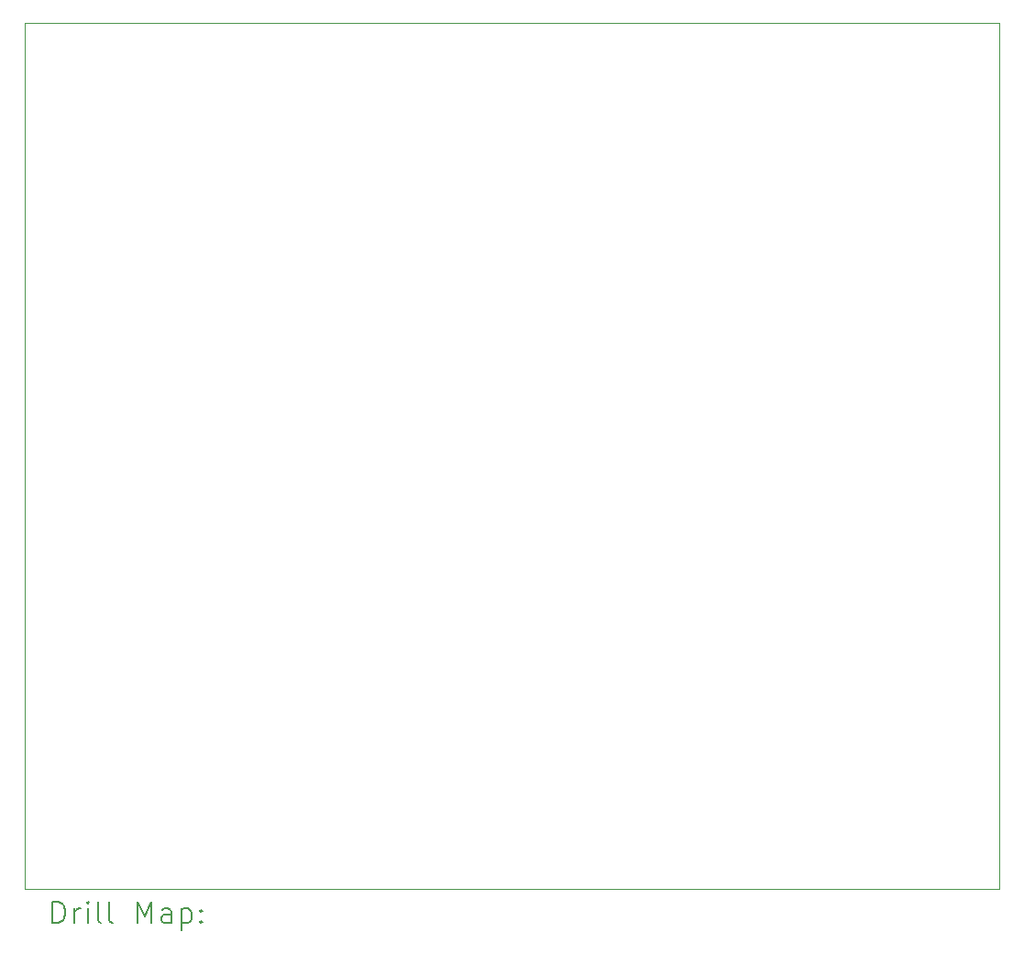
<source format=gbr>
%TF.GenerationSoftware,KiCad,Pcbnew,8.0.5*%
%TF.CreationDate,2024-11-03T20:31:20-06:00*%
%TF.ProjectId,KiCAD_Custom_DRC_Rules_for_PCBWay,4b694341-445f-4437-9573-746f6d5f4452,rev?*%
%TF.SameCoordinates,Original*%
%TF.FileFunction,Drillmap*%
%TF.FilePolarity,Positive*%
%FSLAX45Y45*%
G04 Gerber Fmt 4.5, Leading zero omitted, Abs format (unit mm)*
G04 Created by KiCad (PCBNEW 8.0.5) date 2024-11-03 20:31:20*
%MOMM*%
%LPD*%
G01*
G04 APERTURE LIST*
%ADD10C,0.050000*%
%ADD11C,0.200000*%
G04 APERTURE END LIST*
D10*
X4850000Y-4700000D02*
X13850000Y-4700000D01*
X13850000Y-12700000D01*
X4850000Y-12700000D01*
X4850000Y-4700000D01*
D11*
X5108277Y-13013984D02*
X5108277Y-12813984D01*
X5108277Y-12813984D02*
X5155896Y-12813984D01*
X5155896Y-12813984D02*
X5184467Y-12823508D01*
X5184467Y-12823508D02*
X5203515Y-12842555D01*
X5203515Y-12842555D02*
X5213039Y-12861603D01*
X5213039Y-12861603D02*
X5222563Y-12899698D01*
X5222563Y-12899698D02*
X5222563Y-12928269D01*
X5222563Y-12928269D02*
X5213039Y-12966365D01*
X5213039Y-12966365D02*
X5203515Y-12985412D01*
X5203515Y-12985412D02*
X5184467Y-13004460D01*
X5184467Y-13004460D02*
X5155896Y-13013984D01*
X5155896Y-13013984D02*
X5108277Y-13013984D01*
X5308277Y-13013984D02*
X5308277Y-12880650D01*
X5308277Y-12918746D02*
X5317801Y-12899698D01*
X5317801Y-12899698D02*
X5327324Y-12890174D01*
X5327324Y-12890174D02*
X5346372Y-12880650D01*
X5346372Y-12880650D02*
X5365420Y-12880650D01*
X5432086Y-13013984D02*
X5432086Y-12880650D01*
X5432086Y-12813984D02*
X5422563Y-12823508D01*
X5422563Y-12823508D02*
X5432086Y-12833031D01*
X5432086Y-12833031D02*
X5441610Y-12823508D01*
X5441610Y-12823508D02*
X5432086Y-12813984D01*
X5432086Y-12813984D02*
X5432086Y-12833031D01*
X5555896Y-13013984D02*
X5536848Y-13004460D01*
X5536848Y-13004460D02*
X5527324Y-12985412D01*
X5527324Y-12985412D02*
X5527324Y-12813984D01*
X5660658Y-13013984D02*
X5641610Y-13004460D01*
X5641610Y-13004460D02*
X5632086Y-12985412D01*
X5632086Y-12985412D02*
X5632086Y-12813984D01*
X5889229Y-13013984D02*
X5889229Y-12813984D01*
X5889229Y-12813984D02*
X5955896Y-12956841D01*
X5955896Y-12956841D02*
X6022562Y-12813984D01*
X6022562Y-12813984D02*
X6022562Y-13013984D01*
X6203515Y-13013984D02*
X6203515Y-12909222D01*
X6203515Y-12909222D02*
X6193991Y-12890174D01*
X6193991Y-12890174D02*
X6174943Y-12880650D01*
X6174943Y-12880650D02*
X6136848Y-12880650D01*
X6136848Y-12880650D02*
X6117801Y-12890174D01*
X6203515Y-13004460D02*
X6184467Y-13013984D01*
X6184467Y-13013984D02*
X6136848Y-13013984D01*
X6136848Y-13013984D02*
X6117801Y-13004460D01*
X6117801Y-13004460D02*
X6108277Y-12985412D01*
X6108277Y-12985412D02*
X6108277Y-12966365D01*
X6108277Y-12966365D02*
X6117801Y-12947317D01*
X6117801Y-12947317D02*
X6136848Y-12937793D01*
X6136848Y-12937793D02*
X6184467Y-12937793D01*
X6184467Y-12937793D02*
X6203515Y-12928269D01*
X6298753Y-12880650D02*
X6298753Y-13080650D01*
X6298753Y-12890174D02*
X6317801Y-12880650D01*
X6317801Y-12880650D02*
X6355896Y-12880650D01*
X6355896Y-12880650D02*
X6374943Y-12890174D01*
X6374943Y-12890174D02*
X6384467Y-12899698D01*
X6384467Y-12899698D02*
X6393991Y-12918746D01*
X6393991Y-12918746D02*
X6393991Y-12975888D01*
X6393991Y-12975888D02*
X6384467Y-12994936D01*
X6384467Y-12994936D02*
X6374943Y-13004460D01*
X6374943Y-13004460D02*
X6355896Y-13013984D01*
X6355896Y-13013984D02*
X6317801Y-13013984D01*
X6317801Y-13013984D02*
X6298753Y-13004460D01*
X6479705Y-12994936D02*
X6489229Y-13004460D01*
X6489229Y-13004460D02*
X6479705Y-13013984D01*
X6479705Y-13013984D02*
X6470182Y-13004460D01*
X6470182Y-13004460D02*
X6479705Y-12994936D01*
X6479705Y-12994936D02*
X6479705Y-13013984D01*
X6479705Y-12890174D02*
X6489229Y-12899698D01*
X6489229Y-12899698D02*
X6479705Y-12909222D01*
X6479705Y-12909222D02*
X6470182Y-12899698D01*
X6470182Y-12899698D02*
X6479705Y-12890174D01*
X6479705Y-12890174D02*
X6479705Y-12909222D01*
M02*

</source>
